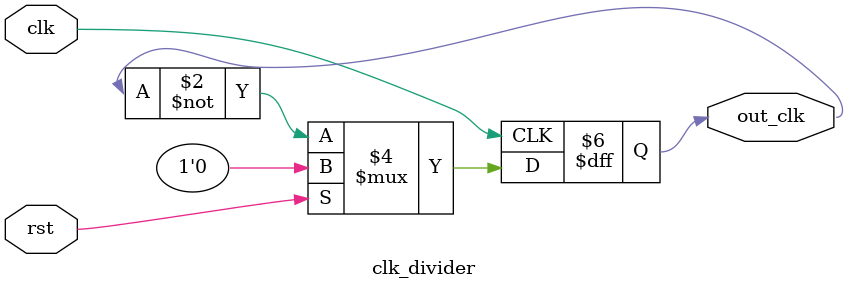
<source format=v>
module clk_divider( clk,out_clk,rst );
output reg out_clk;
input clk ;
input rst;
always @(posedge clk)
begin
if (rst)
     out_clk <= 1'b0;
else
     out_clk <= ~out_clk;	
end
endmodule
</source>
